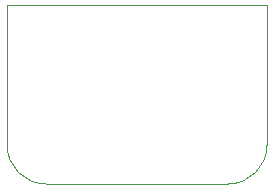
<source format=gbr>
%TF.GenerationSoftware,KiCad,Pcbnew,(6.0.1)*%
%TF.CreationDate,2022-07-20T10:33:09+08:00*%
%TF.ProjectId,HighSideSwitch,48696768-5369-4646-9553-77697463682e,rev?*%
%TF.SameCoordinates,Original*%
%TF.FileFunction,Profile,NP*%
%FSLAX46Y46*%
G04 Gerber Fmt 4.6, Leading zero omitted, Abs format (unit mm)*
G04 Created by KiCad (PCBNEW (6.0.1)) date 2022-07-20 10:33:09*
%MOMM*%
%LPD*%
G01*
G04 APERTURE LIST*
%TA.AperFunction,Profile*%
%ADD10C,0.100000*%
%TD*%
G04 APERTURE END LIST*
D10*
X176168800Y-79552800D02*
X198168800Y-79552800D01*
X176170800Y-91389200D02*
X176168800Y-79552800D01*
X176170800Y-91389200D02*
G75*
G03*
X179470800Y-94689200I3269174J-30826D01*
G01*
X198170800Y-91389200D02*
X198168800Y-79552800D01*
X179470800Y-94689200D02*
X194870800Y-94689200D01*
X194870800Y-94689200D02*
G75*
G03*
X198170800Y-91389200I30826J3269174D01*
G01*
M02*

</source>
